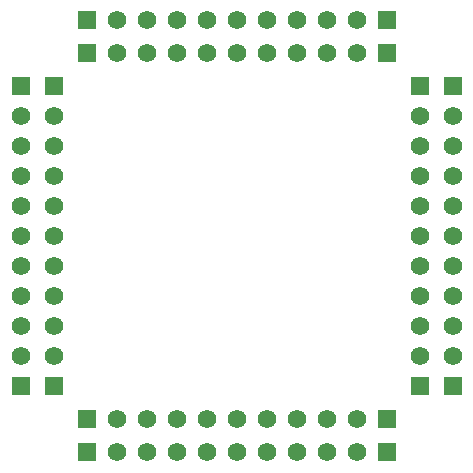
<source format=gbl>
G04 Layer: BottomLayer*
G04 EasyEDA v6.5.23, 2023-09-13 20:10:37*
G04 8cb85547c76b4b6bafe6db91d84ccfe4,770f52a9c06342aeb7d9f723a0e8078a,10*
G04 Gerber Generator version 0.2*
G04 Scale: 100 percent, Rotated: No, Reflected: No *
G04 Dimensions in millimeters *
G04 leading zeros omitted , absolute positions ,4 integer and 5 decimal *
%FSLAX45Y45*%
%MOMM*%

%ADD10C,1.5748*%
%ADD11R,1.5748X1.5748*%

%LPD*%
D10*
G01*
X139700Y-2984500D03*
G01*
X139700Y-2730500D03*
G01*
X139700Y-2476500D03*
G01*
X139700Y-2222500D03*
G01*
X139700Y-1968500D03*
G01*
X139700Y-1714500D03*
G01*
X139700Y-1460500D03*
G01*
X139700Y-1206500D03*
G01*
X139700Y-952500D03*
D11*
G01*
X139700Y-698500D03*
D10*
G01*
X419100Y-2984500D03*
G01*
X419100Y-2730500D03*
G01*
X419100Y-2476500D03*
G01*
X419100Y-2222500D03*
G01*
X419100Y-1968500D03*
G01*
X419100Y-1714500D03*
G01*
X419100Y-1460500D03*
G01*
X419100Y-1206500D03*
G01*
X419100Y-952500D03*
D11*
G01*
X419100Y-698500D03*
G01*
X698500Y-139700D03*
G01*
X698500Y-419100D03*
G01*
X139700Y-3238500D03*
G01*
X419100Y-3238500D03*
D10*
G01*
X2984500Y-3797300D03*
G01*
X2730500Y-3797300D03*
G01*
X2476500Y-3797300D03*
G01*
X2222500Y-3797300D03*
G01*
X1968500Y-3797300D03*
G01*
X1714500Y-3797300D03*
G01*
X1460500Y-3797300D03*
G01*
X1206500Y-3797300D03*
G01*
X952500Y-3797300D03*
D11*
G01*
X698500Y-3797300D03*
D10*
G01*
X2984500Y-3517900D03*
G01*
X2730500Y-3517900D03*
G01*
X2476500Y-3517900D03*
G01*
X2222500Y-3517900D03*
G01*
X1968500Y-3517900D03*
G01*
X1714500Y-3517900D03*
G01*
X1460500Y-3517900D03*
G01*
X1206500Y-3517900D03*
G01*
X952500Y-3517900D03*
D11*
G01*
X698500Y-3517900D03*
G01*
X3238500Y-3797300D03*
G01*
X3238500Y-3517900D03*
D10*
G01*
X3797300Y-952500D03*
G01*
X3797300Y-1206500D03*
G01*
X3797300Y-1460500D03*
G01*
X3797300Y-1714500D03*
G01*
X3797300Y-1968500D03*
G01*
X3797300Y-2222500D03*
G01*
X3797300Y-2476500D03*
G01*
X3797300Y-2730500D03*
G01*
X3797300Y-2984500D03*
D11*
G01*
X3797300Y-3238500D03*
D10*
G01*
X3517900Y-952500D03*
G01*
X3517900Y-1206500D03*
G01*
X3517900Y-1460500D03*
G01*
X3517900Y-1714500D03*
G01*
X3517900Y-1968500D03*
G01*
X3517900Y-2222500D03*
G01*
X3517900Y-2476500D03*
G01*
X3517900Y-2730500D03*
G01*
X3517900Y-2984500D03*
D11*
G01*
X3517900Y-3238500D03*
G01*
X3797300Y-698500D03*
G01*
X3517900Y-698500D03*
D10*
G01*
X952500Y-139700D03*
G01*
X1206500Y-139700D03*
G01*
X1460500Y-139700D03*
G01*
X1714500Y-139700D03*
G01*
X1968500Y-139700D03*
G01*
X2222500Y-139700D03*
G01*
X2476500Y-139700D03*
G01*
X2730500Y-139700D03*
G01*
X2984500Y-139700D03*
D11*
G01*
X3238500Y-139700D03*
D10*
G01*
X952500Y-419100D03*
G01*
X1206500Y-419100D03*
G01*
X1460500Y-419100D03*
G01*
X1714500Y-419100D03*
G01*
X1968500Y-419100D03*
G01*
X2222500Y-419100D03*
G01*
X2476500Y-419100D03*
G01*
X2730500Y-419100D03*
G01*
X2984500Y-419100D03*
D11*
G01*
X3238500Y-419100D03*
M02*

</source>
